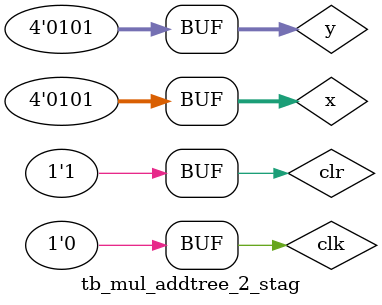
<source format=v>
`timescale 1ns/1ns
module tb_mul_addtree_2_stag;
reg [3:0]x,y;
reg clk,clr;//申明输入信号
wire [7:0]out;//申明输出信号
mul_addtree_2_stage U1(.x(x),.y(y),.clk(clk),.clr(clr),.out(out));
    initial 
    begin
	$display("start a clock pulse");
    $dumpfile("tb_mul_addtree_2_stag.vcd");
    $dumpvars(0,tb_mul_addtree_2_stag);
    end
    initial
        begin clk=0;clr=0;x=5;y=5;
        #5
        clr=1;
    repeat(100)
        #10
        clk=~clk;
        end
    initial begin
        repeat(10)
        begin
        #20 x=x+1;y=y+1;
        end
    end
endmodule
</source>
